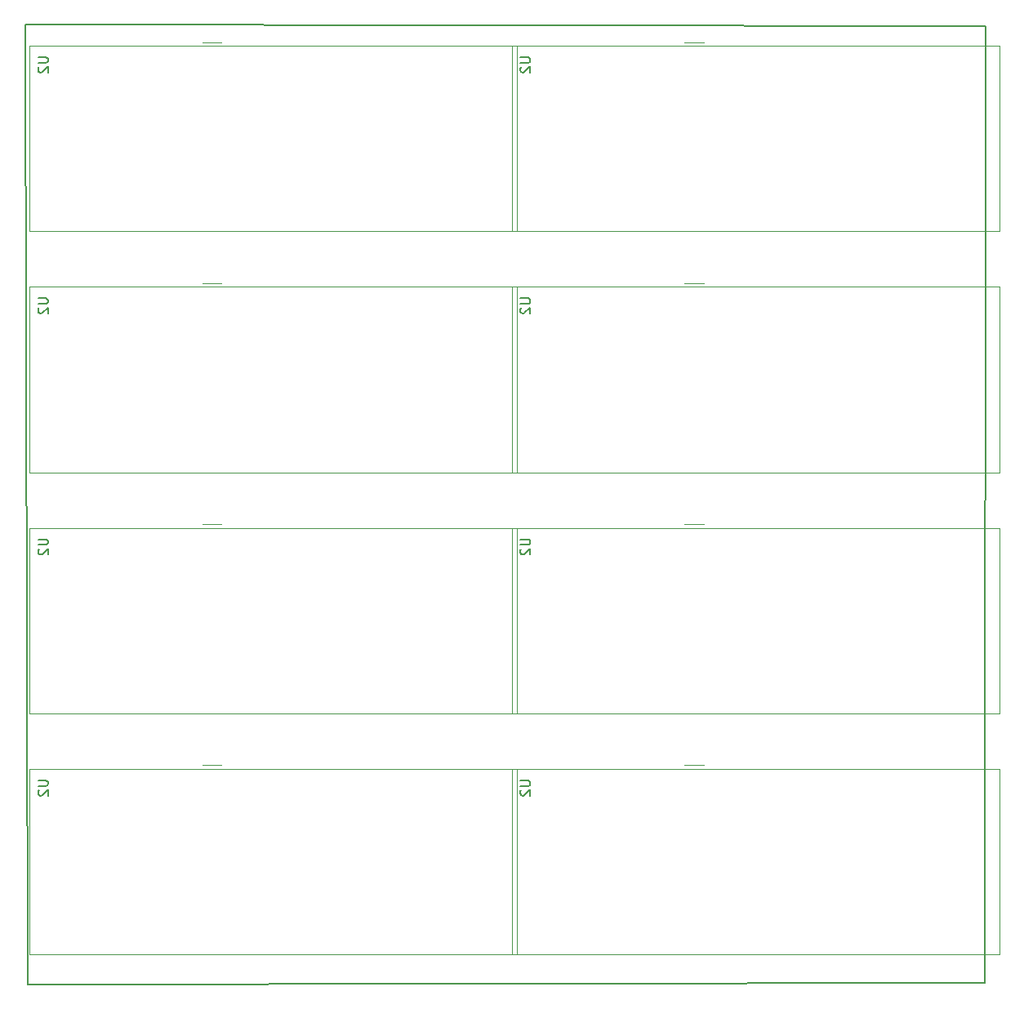
<source format=gbr>
G04 #@! TF.FileFunction,Legend,Bot*
%FSLAX46Y46*%
G04 Gerber Fmt 4.6, Leading zero omitted, Abs format (unit mm)*
G04 Created by KiCad (PCBNEW 4.0.7-e2-6376~58~ubuntu16.04.1) date Fri Feb 16 09:21:29 2018*
%MOMM*%
%LPD*%
G01*
G04 APERTURE LIST*
%ADD10C,0.100000*%
%ADD11C,0.150000*%
%ADD12C,0.120000*%
G04 APERTURE END LIST*
D10*
D11*
X26695400Y-132054600D02*
X26441400Y-32486600D01*
X125958600Y-131876800D02*
X26695400Y-132054600D01*
X126060200Y-32689800D02*
X125958600Y-131876800D01*
X26441400Y-32486600D02*
X126060200Y-32689800D01*
D12*
X76901600Y-109728400D02*
X76901600Y-128968400D01*
X76901600Y-109728400D02*
X127441600Y-109728400D01*
X127441600Y-109728400D02*
X127441600Y-128968400D01*
X127441600Y-128968400D02*
X76901600Y-128968400D01*
X94821600Y-109348400D02*
X96821600Y-109348400D01*
X26901600Y-109728400D02*
X26901600Y-128968400D01*
X26901600Y-109728400D02*
X77441600Y-109728400D01*
X77441600Y-109728400D02*
X77441600Y-128968400D01*
X77441600Y-128968400D02*
X26901600Y-128968400D01*
X44821600Y-109348400D02*
X46821600Y-109348400D01*
X76901600Y-84728400D02*
X76901600Y-103968400D01*
X76901600Y-84728400D02*
X127441600Y-84728400D01*
X127441600Y-84728400D02*
X127441600Y-103968400D01*
X127441600Y-103968400D02*
X76901600Y-103968400D01*
X94821600Y-84348400D02*
X96821600Y-84348400D01*
X26901600Y-84728400D02*
X26901600Y-103968400D01*
X26901600Y-84728400D02*
X77441600Y-84728400D01*
X77441600Y-84728400D02*
X77441600Y-103968400D01*
X77441600Y-103968400D02*
X26901600Y-103968400D01*
X44821600Y-84348400D02*
X46821600Y-84348400D01*
X76901600Y-59728400D02*
X76901600Y-78968400D01*
X76901600Y-59728400D02*
X127441600Y-59728400D01*
X127441600Y-59728400D02*
X127441600Y-78968400D01*
X127441600Y-78968400D02*
X76901600Y-78968400D01*
X94821600Y-59348400D02*
X96821600Y-59348400D01*
X26901600Y-59728400D02*
X26901600Y-78968400D01*
X26901600Y-59728400D02*
X77441600Y-59728400D01*
X77441600Y-59728400D02*
X77441600Y-78968400D01*
X77441600Y-78968400D02*
X26901600Y-78968400D01*
X44821600Y-59348400D02*
X46821600Y-59348400D01*
X76901600Y-34728400D02*
X76901600Y-53968400D01*
X76901600Y-34728400D02*
X127441600Y-34728400D01*
X127441600Y-34728400D02*
X127441600Y-53968400D01*
X127441600Y-53968400D02*
X76901600Y-53968400D01*
X94821600Y-34348400D02*
X96821600Y-34348400D01*
X26901600Y-34728400D02*
X26901600Y-53968400D01*
X26901600Y-34728400D02*
X77441600Y-34728400D01*
X77441600Y-34728400D02*
X77441600Y-53968400D01*
X77441600Y-53968400D02*
X26901600Y-53968400D01*
X44821600Y-34348400D02*
X46821600Y-34348400D01*
D11*
X77798781Y-110915695D02*
X78608305Y-110915695D01*
X78703543Y-110963314D01*
X78751162Y-111010933D01*
X78798781Y-111106171D01*
X78798781Y-111296648D01*
X78751162Y-111391886D01*
X78703543Y-111439505D01*
X78608305Y-111487124D01*
X77798781Y-111487124D01*
X77894019Y-111915695D02*
X77846400Y-111963314D01*
X77798781Y-112058552D01*
X77798781Y-112296648D01*
X77846400Y-112391886D01*
X77894019Y-112439505D01*
X77989257Y-112487124D01*
X78084495Y-112487124D01*
X78227352Y-112439505D01*
X78798781Y-111868076D01*
X78798781Y-112487124D01*
X27798781Y-110915695D02*
X28608305Y-110915695D01*
X28703543Y-110963314D01*
X28751162Y-111010933D01*
X28798781Y-111106171D01*
X28798781Y-111296648D01*
X28751162Y-111391886D01*
X28703543Y-111439505D01*
X28608305Y-111487124D01*
X27798781Y-111487124D01*
X27894019Y-111915695D02*
X27846400Y-111963314D01*
X27798781Y-112058552D01*
X27798781Y-112296648D01*
X27846400Y-112391886D01*
X27894019Y-112439505D01*
X27989257Y-112487124D01*
X28084495Y-112487124D01*
X28227352Y-112439505D01*
X28798781Y-111868076D01*
X28798781Y-112487124D01*
X77798781Y-85915695D02*
X78608305Y-85915695D01*
X78703543Y-85963314D01*
X78751162Y-86010933D01*
X78798781Y-86106171D01*
X78798781Y-86296648D01*
X78751162Y-86391886D01*
X78703543Y-86439505D01*
X78608305Y-86487124D01*
X77798781Y-86487124D01*
X77894019Y-86915695D02*
X77846400Y-86963314D01*
X77798781Y-87058552D01*
X77798781Y-87296648D01*
X77846400Y-87391886D01*
X77894019Y-87439505D01*
X77989257Y-87487124D01*
X78084495Y-87487124D01*
X78227352Y-87439505D01*
X78798781Y-86868076D01*
X78798781Y-87487124D01*
X27798781Y-85915695D02*
X28608305Y-85915695D01*
X28703543Y-85963314D01*
X28751162Y-86010933D01*
X28798781Y-86106171D01*
X28798781Y-86296648D01*
X28751162Y-86391886D01*
X28703543Y-86439505D01*
X28608305Y-86487124D01*
X27798781Y-86487124D01*
X27894019Y-86915695D02*
X27846400Y-86963314D01*
X27798781Y-87058552D01*
X27798781Y-87296648D01*
X27846400Y-87391886D01*
X27894019Y-87439505D01*
X27989257Y-87487124D01*
X28084495Y-87487124D01*
X28227352Y-87439505D01*
X28798781Y-86868076D01*
X28798781Y-87487124D01*
X77798781Y-60915695D02*
X78608305Y-60915695D01*
X78703543Y-60963314D01*
X78751162Y-61010933D01*
X78798781Y-61106171D01*
X78798781Y-61296648D01*
X78751162Y-61391886D01*
X78703543Y-61439505D01*
X78608305Y-61487124D01*
X77798781Y-61487124D01*
X77894019Y-61915695D02*
X77846400Y-61963314D01*
X77798781Y-62058552D01*
X77798781Y-62296648D01*
X77846400Y-62391886D01*
X77894019Y-62439505D01*
X77989257Y-62487124D01*
X78084495Y-62487124D01*
X78227352Y-62439505D01*
X78798781Y-61868076D01*
X78798781Y-62487124D01*
X27798781Y-60915695D02*
X28608305Y-60915695D01*
X28703543Y-60963314D01*
X28751162Y-61010933D01*
X28798781Y-61106171D01*
X28798781Y-61296648D01*
X28751162Y-61391886D01*
X28703543Y-61439505D01*
X28608305Y-61487124D01*
X27798781Y-61487124D01*
X27894019Y-61915695D02*
X27846400Y-61963314D01*
X27798781Y-62058552D01*
X27798781Y-62296648D01*
X27846400Y-62391886D01*
X27894019Y-62439505D01*
X27989257Y-62487124D01*
X28084495Y-62487124D01*
X28227352Y-62439505D01*
X28798781Y-61868076D01*
X28798781Y-62487124D01*
X77798781Y-35915695D02*
X78608305Y-35915695D01*
X78703543Y-35963314D01*
X78751162Y-36010933D01*
X78798781Y-36106171D01*
X78798781Y-36296648D01*
X78751162Y-36391886D01*
X78703543Y-36439505D01*
X78608305Y-36487124D01*
X77798781Y-36487124D01*
X77894019Y-36915695D02*
X77846400Y-36963314D01*
X77798781Y-37058552D01*
X77798781Y-37296648D01*
X77846400Y-37391886D01*
X77894019Y-37439505D01*
X77989257Y-37487124D01*
X78084495Y-37487124D01*
X78227352Y-37439505D01*
X78798781Y-36868076D01*
X78798781Y-37487124D01*
X27798781Y-35915695D02*
X28608305Y-35915695D01*
X28703543Y-35963314D01*
X28751162Y-36010933D01*
X28798781Y-36106171D01*
X28798781Y-36296648D01*
X28751162Y-36391886D01*
X28703543Y-36439505D01*
X28608305Y-36487124D01*
X27798781Y-36487124D01*
X27894019Y-36915695D02*
X27846400Y-36963314D01*
X27798781Y-37058552D01*
X27798781Y-37296648D01*
X27846400Y-37391886D01*
X27894019Y-37439505D01*
X27989257Y-37487124D01*
X28084495Y-37487124D01*
X28227352Y-37439505D01*
X28798781Y-36868076D01*
X28798781Y-37487124D01*
M02*

</source>
